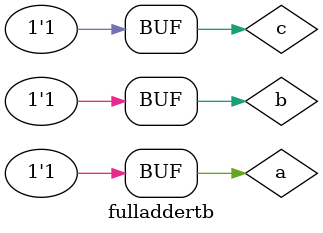
<source format=v>
module fulladdertb;
  reg a, b, c;
  wire s, c_out;
  
  full_adder fa(a, b, c, s, c_out);
 
  initial begin
    $monitor("At time %0t: a=%b b=%b, cin=%b, sum=%b, carry=%b",$time, a,b,c,s,c_out);
    a = 0; b = 0; c = 0; #1;
    a = 0; b = 0; c = 1; #1;
    a = 0; b = 1; c = 0; #1;
    a = 0; b = 1; c = 1; #1;
    a = 1; b = 0; c = 0; #1;
    a = 1; b = 0; c = 1; #1;
    a = 1; b = 1; c = 0; #1;
    a = 1; b = 1; c = 1;
  end
endmodule

</source>
